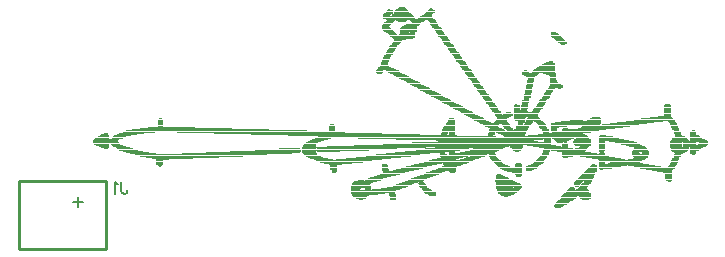
<source format=gbo>
G04 Layer_Color=32896*
%FSAX24Y24*%
%MOIN*%
G70*
G01*
G75*
%ADD19C,0.0100*%
%ADD35C,0.0060*%
%ADD55C,0.0040*%
D19*
X003529Y002335D02*
Y004599D01*
X000615D02*
X003529D01*
X000615Y002335D02*
Y004599D01*
Y002335D02*
X003529D01*
D35*
X004037Y004587D02*
Y004283D01*
X004056Y004226D01*
X004075Y004207D01*
X004113Y004187D01*
X004151D01*
X004189Y004207D01*
X004208Y004226D01*
X004227Y004283D01*
Y004321D01*
X003934Y004511D02*
X003896Y004530D01*
X003839Y004587D01*
Y004187D01*
X002590Y004095D02*
Y003752D01*
X002761Y003924D02*
X002418D01*
D55*
X013280Y010420D02*
X013440D01*
X013240Y010380D02*
X013480D01*
X014320D02*
X014360D01*
X012920Y010340D02*
X012960D01*
X013200D02*
X013520D01*
X014280D02*
X014400D01*
X012880Y010300D02*
X013040D01*
X013160D02*
X013560D01*
X014240D02*
X014440D01*
X012840Y010260D02*
X013040D01*
X013120D02*
X013600D01*
X014200D02*
X014440D01*
X012800Y010220D02*
X013040D01*
X013120D02*
X013640D01*
X014160D02*
X014400D01*
X012760Y010180D02*
X013000D01*
X013040D02*
X013680D01*
X014120D02*
X014360D01*
X012760Y010140D02*
X012960D01*
X013040D02*
X013720D01*
X014040D02*
X014360D01*
X012760Y010100D02*
X013760D01*
X014000D02*
X014360D01*
X012760Y010060D02*
X013800D01*
X013920D02*
X014400D01*
X012840Y010020D02*
X013160D01*
X013200D02*
X013560D01*
X013600D02*
X013840D01*
X013880D02*
X014440D01*
X012880Y009980D02*
X013120D01*
X013200D02*
X013520D01*
X013640D02*
X014120D01*
X014240D02*
X014480D01*
X012840Y009940D02*
X013080D01*
X013240D02*
X013480D01*
X013680D02*
X014080D01*
X014280D02*
X014480D01*
X012800Y009900D02*
X013040D01*
X013720D02*
X014000D01*
X014320D02*
X014520D01*
X012760Y009860D02*
X013000D01*
X013520D02*
X013960D01*
X014320D02*
X014560D01*
X012720Y009820D02*
X012960D01*
X013440D02*
X013920D01*
X014360D02*
X014560D01*
X012720Y009780D02*
X012920D01*
X013400D02*
X013840D01*
X014400D02*
X014600D01*
X012720Y009740D02*
X012960D01*
X013360D02*
X013840D01*
X014400D02*
X014640D01*
X012720Y009700D02*
X013000D01*
X013320D02*
X013840D01*
X014440D02*
X014680D01*
X012760Y009660D02*
X013040D01*
X013320D02*
X013840D01*
X014480D02*
X014680D01*
X012800Y009620D02*
X013080D01*
X013320D02*
X013840D01*
X014520D02*
X014720D01*
X012840Y009580D02*
X013120D01*
X013320D02*
X013600D01*
X013640D02*
X013800D01*
X014520D02*
X014760D01*
X018360D02*
X018480D01*
X012920Y009540D02*
X013160D01*
X013320D02*
X013560D01*
X013600D02*
X013800D01*
X014560D02*
X014760D01*
X018360D02*
X018560D01*
X012960Y009500D02*
X013200D01*
X013280D02*
X013800D01*
X014600D02*
X014800D01*
X018360D02*
X018600D01*
X013000Y009460D02*
X013800D01*
X014600D02*
X014840D01*
X018360D02*
X018640D01*
X013040Y009420D02*
X013800D01*
X014640D02*
X014880D01*
X018400D02*
X018680D01*
X013080Y009380D02*
X013720D01*
X014680D02*
X014880D01*
X018440D02*
X018720D01*
X013120Y009340D02*
X013480D01*
X014720D02*
X014920D01*
X018480D02*
X018760D01*
X013120Y009300D02*
X013360D01*
X014720D02*
X014960D01*
X018520D02*
X018800D01*
X013080Y009260D02*
X013320D01*
X014760D02*
X014960D01*
X018600D02*
X018840D01*
X013040Y009220D02*
X013280D01*
X014800D02*
X015000D01*
X018640D02*
X018840D01*
X013040Y009180D02*
X013240D01*
X014800D02*
X015040D01*
X018680D02*
X018800D01*
X013000Y009140D02*
X013200D01*
X014840D02*
X015080D01*
X012960Y009100D02*
X013200D01*
X014880D02*
X015080D01*
X012960Y009060D02*
X013160D01*
X014920D02*
X015120D01*
X012920Y009020D02*
X013120D01*
X014920D02*
X015160D01*
X012880Y008980D02*
X013120D01*
X014960D02*
X015160D01*
X012880Y008940D02*
X013080D01*
X015000D02*
X015200D01*
X012840Y008900D02*
X013040D01*
X015000D02*
X015240D01*
X012840Y008860D02*
X013040D01*
X015040D02*
X015280D01*
X012800Y008820D02*
X013000D01*
X015080D02*
X015280D01*
X012800Y008780D02*
X013000D01*
X015120D02*
X015320D01*
X012760Y008740D02*
X012960D01*
X015120D02*
X015360D01*
X012760Y008700D02*
X012960D01*
X015160D02*
X015360D01*
X012720Y008660D02*
X012920D01*
X015200D02*
X015400D01*
X012720Y008620D02*
X012920D01*
X015200D02*
X015440D01*
X018280D02*
X018400D01*
X012680Y008580D02*
X012880D01*
X015240D02*
X015480D01*
X018200D02*
X018400D01*
X012680Y008540D02*
X012880D01*
X015280D02*
X015480D01*
X018120D02*
X018440D01*
X012680Y008500D02*
X012880D01*
X015320D02*
X015520D01*
X018040D02*
X018440D01*
X012640Y008460D02*
X012920D01*
X015320D02*
X015560D01*
X017960D02*
X018440D01*
X012600Y008420D02*
X013000D01*
X015360D02*
X015560D01*
X017880D02*
X018440D01*
X012600Y008380D02*
X013080D01*
X015400D02*
X015600D01*
X017840D02*
X018440D01*
X012560Y008340D02*
X012760D01*
X012800D02*
X013160D01*
X015400D02*
X015640D01*
X017800D02*
X018440D01*
X012520Y008300D02*
X012720D01*
X012840D02*
X013240D01*
X015440D02*
X015680D01*
X017440D02*
X017520D01*
X017760D02*
X018440D01*
X012520Y008260D02*
X012720D01*
X012920D02*
X013280D01*
X015480D02*
X015680D01*
X017400D02*
X017600D01*
X017720D02*
X018440D01*
X012560Y008220D02*
X012680D01*
X013000D02*
X013360D01*
X015480D02*
X015720D01*
X017400D02*
X017920D01*
X018080D02*
X018480D01*
X013080Y008180D02*
X013440D01*
X015520D02*
X015760D01*
X017400D02*
X017880D01*
X018200D02*
X018480D01*
X013120Y008140D02*
X013520D01*
X015560D02*
X015760D01*
X017440D02*
X017840D01*
X018280D02*
X018480D01*
X013200Y008100D02*
X013600D01*
X015600D02*
X015800D01*
X017520D02*
X017800D01*
X018320D02*
X018480D01*
X013280Y008060D02*
X013640D01*
X015600D02*
X015840D01*
X017600D02*
X017760D01*
X018320D02*
X018480D01*
X013360Y008020D02*
X013720D01*
X015640D02*
X015840D01*
X017600D02*
X017760D01*
X018320D02*
X018480D01*
X013440Y007980D02*
X013800D01*
X015680D02*
X015880D01*
X017560D02*
X017760D01*
X018320D02*
X018520D01*
X013520Y007940D02*
X013880D01*
X015720D02*
X015920D01*
X017560D02*
X017760D01*
X018320D02*
X018520D01*
X013560Y007900D02*
X013960D01*
X015720D02*
X015960D01*
X017560D02*
X017720D01*
X018320D02*
X018560D01*
X013640Y007860D02*
X014000D01*
X015760D02*
X015960D01*
X017560D02*
X017720D01*
X018320D02*
X018640D01*
X013720Y007820D02*
X014080D01*
X015800D02*
X016000D01*
X017520D02*
X017720D01*
X018320D02*
X018720D01*
X013800Y007780D02*
X014160D01*
X015800D02*
X016040D01*
X017520D02*
X017720D01*
X018280D02*
X018720D01*
X013880Y007740D02*
X014240D01*
X015840D02*
X016040D01*
X017520D02*
X017680D01*
X018280D02*
X018720D01*
X013920Y007700D02*
X014280D01*
X015880D02*
X016080D01*
X017520D02*
X017680D01*
X018240D02*
X018440D01*
X018600D02*
X018640D01*
X014000Y007660D02*
X014360D01*
X015880D02*
X016120D01*
X017480D02*
X017680D01*
X018200D02*
X018400D01*
X014080Y007620D02*
X014440D01*
X015920D02*
X016160D01*
X017480D02*
X017680D01*
X018200D02*
X018400D01*
X014160Y007580D02*
X014520D01*
X015960D02*
X016160D01*
X017480D02*
X017680D01*
X018160D02*
X018360D01*
X014200Y007540D02*
X014600D01*
X016000D02*
X016200D01*
X017480D02*
X017640D01*
X018120D02*
X018320D01*
X014280Y007500D02*
X014640D01*
X016000D02*
X016240D01*
X017440D02*
X017640D01*
X018120D02*
X018320D01*
X014360Y007460D02*
X014720D01*
X016040D02*
X016240D01*
X017440D02*
X017640D01*
X018080D02*
X018280D01*
X014440Y007420D02*
X014800D01*
X016080D02*
X016280D01*
X017440D02*
X017640D01*
X018040D02*
X018280D01*
X014520Y007380D02*
X014880D01*
X016080D02*
X016320D01*
X017440D02*
X017600D01*
X018040D02*
X018240D01*
X014600Y007340D02*
X014960D01*
X016120D02*
X016360D01*
X017440D02*
X017600D01*
X018000D02*
X018200D01*
X014640Y007300D02*
X015000D01*
X016160D02*
X016360D01*
X017400D02*
X017600D01*
X017960D02*
X018160D01*
X014720Y007260D02*
X015080D01*
X016200D02*
X016400D01*
X017400D02*
X017600D01*
X017960D02*
X018160D01*
X014800Y007220D02*
X015160D01*
X016200D02*
X016440D01*
X017400D02*
X017560D01*
X017920D02*
X018120D01*
X014880Y007180D02*
X015240D01*
X016240D02*
X016440D01*
X017160D02*
X017200D01*
X017400D02*
X017560D01*
X017880D02*
X018120D01*
X022160D02*
X022280D01*
X014960Y007140D02*
X015320D01*
X016280D02*
X016480D01*
X017120D02*
X017280D01*
X017360D02*
X017560D01*
X017880D02*
X018080D01*
X022120D02*
X022320D01*
X015000Y007100D02*
X015400D01*
X016280D02*
X016520D01*
X017120D02*
X017280D01*
X017360D02*
X017560D01*
X017840D02*
X018040D01*
X022120D02*
X022320D01*
X015080Y007060D02*
X015440D01*
X016320D02*
X016560D01*
X017120D02*
X017280D01*
X017360D02*
X017560D01*
X017800D02*
X018040D01*
X022120D02*
X022320D01*
X015160Y007020D02*
X015520D01*
X016360D02*
X016560D01*
X017120D02*
X017280D01*
X017360D02*
X017520D01*
X017760D02*
X018000D01*
X022120D02*
X022320D01*
X015240Y006980D02*
X015600D01*
X016400D02*
X016600D01*
X017120D02*
X017520D01*
X017760D02*
X017960D01*
X022120D02*
X022320D01*
X015320Y006940D02*
X015680D01*
X016400D02*
X016640D01*
X017120D02*
X017560D01*
X017720D02*
X017960D01*
X022120D02*
X022320D01*
X015360Y006900D02*
X015720D01*
X016440D02*
X016640D01*
X016840D02*
X017000D01*
X017120D02*
X017680D01*
X017720D02*
X017920D01*
X022120D02*
X022320D01*
X015440Y006860D02*
X015800D01*
X016480D02*
X016680D01*
X016760D02*
X017040D01*
X017120D02*
X017880D01*
X022120D02*
X022320D01*
X015520Y006820D02*
X015880D01*
X016480D02*
X017040D01*
X017120D02*
X017880D01*
X022120D02*
X022320D01*
X015600Y006780D02*
X015960D01*
X016520D02*
X017000D01*
X017120D02*
X017880D01*
X021920D02*
X022320D01*
X015640Y006740D02*
X016040D01*
X016560D02*
X016920D01*
X017120D02*
X017480D01*
X017600D02*
X017920D01*
X019720D02*
X019960D01*
X021640D02*
X022360D01*
X005280Y006700D02*
X005360D01*
X014960D02*
X015080D01*
X015720D02*
X016080D01*
X016560D02*
X016840D01*
X017120D02*
X017440D01*
X017560D02*
X017960D01*
X019640D02*
X020000D01*
X021360D02*
X022400D01*
X005240Y006660D02*
X005400D01*
X014920D02*
X015120D01*
X015800D02*
X016160D01*
X016520D02*
X016840D01*
X017160D02*
X017240D01*
X017280D02*
X017440D01*
X017520D02*
X018000D01*
X019000D02*
X019400D01*
X019560D02*
X020000D01*
X021120D02*
X022440D01*
X005240Y006620D02*
X005400D01*
X014920D02*
X015120D01*
X015880D02*
X016240D01*
X016480D02*
X016840D01*
X017240D02*
X017440D01*
X017520D02*
X017720D01*
X017800D02*
X018040D01*
X018680D02*
X020000D01*
X020840D02*
X022040D01*
X022240D02*
X022440D01*
X005240Y006580D02*
X005400D01*
X014880D02*
X015120D01*
X015960D02*
X016320D01*
X016440D02*
X016880D01*
X017240D02*
X017440D01*
X017480D02*
X017720D01*
X017840D02*
X018080D01*
X018480D02*
X020000D01*
X020560D02*
X021760D01*
X022280D02*
X022480D01*
X005240Y006540D02*
X005400D01*
X014840D02*
X015120D01*
X016000D02*
X016640D01*
X016680D02*
X016920D01*
X017240D02*
X017400D01*
X017480D02*
X017680D01*
X017880D02*
X018120D01*
X018360D02*
X020000D01*
X020320D02*
X021520D01*
X022320D02*
X022520D01*
X005240Y006500D02*
X005400D01*
X011000D02*
X011080D01*
X014840D02*
X015120D01*
X016080D02*
X016600D01*
X016720D02*
X016960D01*
X017240D02*
X017400D01*
X017440D02*
X017640D01*
X017920D02*
X018160D01*
X018360D02*
X019960D01*
X020040D02*
X021240D01*
X022320D02*
X022520D01*
X005240Y006460D02*
X005400D01*
X010960D02*
X011120D01*
X014800D02*
X015120D01*
X016160D02*
X016560D01*
X016760D02*
X016960D01*
X017200D02*
X017600D01*
X017960D02*
X018160D01*
X018360D02*
X018840D01*
X019400D02*
X020960D01*
X022360D02*
X022560D01*
X004920Y006420D02*
X006440D01*
X010960D02*
X011120D01*
X014760D02*
X015120D01*
X016240D02*
X016600D01*
X016800D02*
X017000D01*
X017200D02*
X017600D01*
X017960D02*
X018200D01*
X018360D02*
X018600D01*
X019360D02*
X020720D01*
X022360D02*
X022560D01*
X004640Y006380D02*
X007680D01*
X010960D02*
X011120D01*
X014760D02*
X015120D01*
X016320D02*
X016680D01*
X016800D02*
X017040D01*
X017200D02*
X017560D01*
X018000D02*
X018200D01*
X018360D02*
X018520D01*
X018760D02*
X018880D01*
X019240D02*
X020440D01*
X022400D02*
X022600D01*
X004400Y006340D02*
X008920D01*
X010960D02*
X011120D01*
X014720D02*
X015120D01*
X016280D02*
X016760D01*
X016840D02*
X017040D01*
X017120D02*
X017560D01*
X018040D02*
X018240D01*
X018360D02*
X018520D01*
X018720D02*
X020160D01*
X022400D02*
X022600D01*
X004200Y006300D02*
X010200D01*
X010960D02*
X011120D01*
X014720D02*
X015120D01*
X016280D02*
X016800D01*
X016880D02*
X017520D01*
X018040D02*
X018240D01*
X018360D02*
X018520D01*
X018720D02*
X019920D01*
X022440D02*
X022600D01*
X023040D02*
X023120D01*
X004080Y006260D02*
X005120D01*
X005880D02*
X011440D01*
X014720D02*
X014880D01*
X014960D02*
X015120D01*
X016280D02*
X016440D01*
X016520D02*
X017480D01*
X018080D02*
X018240D01*
X018400D02*
X019640D01*
X022440D02*
X022640D01*
X023000D02*
X023160D01*
X003440Y006220D02*
X003560D01*
X003960D02*
X004760D01*
X007120D02*
X012680D01*
X014680D02*
X014880D01*
X014960D02*
X015120D01*
X016240D02*
X016440D01*
X016600D02*
X017480D01*
X018080D02*
X019400D01*
X022440D02*
X022640D01*
X023000D02*
X023160D01*
X003360Y006180D02*
X003560D01*
X003880D02*
X004520D01*
X008360D02*
X013960D01*
X014680D02*
X014840D01*
X014960D02*
X015120D01*
X016240D02*
X016440D01*
X016680D02*
X017440D01*
X017920D02*
X019440D01*
X022480D02*
X022640D01*
X023000D02*
X023160D01*
X003320Y006140D02*
X003600D01*
X003800D02*
X004320D01*
X009600D02*
X015200D01*
X016240D02*
X016400D01*
X016760D02*
X017440D01*
X017600D02*
X019520D01*
X020000D02*
X020160D01*
X022480D02*
X022680D01*
X023000D02*
X023240D01*
X003240Y006100D02*
X003600D01*
X003760D02*
X004160D01*
X010600D02*
X016480D01*
X016800D02*
X019160D01*
X019200D02*
X019560D01*
X019960D02*
X020400D01*
X022480D02*
X022800D01*
X023000D02*
X023280D01*
X003160Y006060D02*
X003600D01*
X003720D02*
X004040D01*
X010480D02*
X011000D01*
X011920D02*
X018320D01*
X018400D02*
X019080D01*
X019200D02*
X019600D01*
X019960D02*
X020600D01*
X022400D02*
X022840D01*
X023000D02*
X023360D01*
X003120Y006020D02*
X003920D01*
X010400D02*
X010880D01*
X013200D02*
X018040D01*
X018120D02*
X018320D01*
X018440D02*
X019000D01*
X019120D02*
X019640D01*
X019960D02*
X020760D01*
X022400D02*
X022880D01*
X023000D02*
X023440D01*
X003080Y005980D02*
X003880D01*
X010320D02*
X010760D01*
X014520D02*
X017760D01*
X018120D02*
X018320D01*
X018480D02*
X018920D01*
X019120D02*
X019640D01*
X019960D02*
X020920D01*
X022360D02*
X022920D01*
X023000D02*
X023520D01*
X003080Y005940D02*
X003360D01*
X003400D02*
X003880D01*
X010240D02*
X010640D01*
X014600D02*
X017880D01*
X018120D02*
X018320D01*
X018520D02*
X018840D01*
X019080D02*
X019640D01*
X019960D02*
X020120D01*
X020280D02*
X021080D01*
X022320D02*
X022680D01*
X022720D02*
X022920D01*
X022960D02*
X023160D01*
X023200D02*
X023560D01*
X003080Y005900D02*
X003920D01*
X010200D02*
X010560D01*
X013720D02*
X018080D01*
X018120D02*
X018320D01*
X018560D02*
X018720D01*
X018800D02*
X018840D01*
X019080D02*
X019640D01*
X019960D02*
X020120D01*
X020480D02*
X021200D01*
X022320D02*
X022680D01*
X022760D02*
X023160D01*
X023280D02*
X023560D01*
X003120Y005860D02*
X003600D01*
X003680D02*
X003960D01*
X010120D02*
X010480D01*
X012760D02*
X018320D01*
X018720D02*
X018880D01*
X019120D02*
X019640D01*
X019960D02*
X020120D01*
X020680D02*
X021280D01*
X022320D02*
X022480D01*
X022520D02*
X022680D01*
X022760D02*
X023160D01*
X023240D02*
X023560D01*
X003200Y005820D02*
X003600D01*
X003720D02*
X004040D01*
X010080D02*
X010480D01*
X011800D02*
X017400D01*
X017560D02*
X018480D01*
X018720D02*
X018880D01*
X019160D02*
X019640D01*
X019960D02*
X020120D01*
X020840D02*
X021360D01*
X022320D02*
X022480D01*
X022520D02*
X022680D01*
X022760D02*
X023520D01*
X003280Y005780D02*
X003600D01*
X003760D02*
X004160D01*
X010080D02*
X010480D01*
X010880D02*
X016920D01*
X017000D02*
X017400D01*
X017760D02*
X018640D01*
X018720D02*
X018880D01*
X019320D02*
X019600D01*
X019960D02*
X020120D01*
X020960D02*
X021440D01*
X022320D02*
X022680D01*
X022760D02*
X023480D01*
X003360Y005740D02*
X003600D01*
X003840D02*
X004280D01*
X010040D02*
X010520D01*
X010560D02*
X014160D01*
X014480D02*
X016800D01*
X017000D02*
X017400D01*
X017960D02*
X018880D01*
X019280D02*
X019560D01*
X019960D02*
X020120D01*
X021120D02*
X021480D01*
X022320D02*
X022680D01*
X022720D02*
X022920D01*
X023000D02*
X023400D01*
X003440Y005700D02*
X003560D01*
X003880D02*
X004400D01*
X009280D02*
X009960D01*
X010040D02*
X010480D01*
X010560D02*
X013200D01*
X014160D02*
X015600D01*
X015760D02*
X016720D01*
X017040D02*
X017360D01*
X018120D02*
X019040D01*
X019160D02*
X019520D01*
X019960D02*
X020120D01*
X021120D02*
X021520D01*
X022360D02*
X022920D01*
X023000D02*
X023320D01*
X003960Y005660D02*
X004560D01*
X008480D02*
X010000D01*
X010040D02*
X010520D01*
X010560D02*
X012240D01*
X013840D02*
X015280D01*
X015640D02*
X016600D01*
X017080D02*
X017320D01*
X018080D02*
X018280D01*
X018360D02*
X019480D01*
X019960D02*
X020120D01*
X021080D02*
X021560D01*
X022360D02*
X022880D01*
X023000D02*
X023240D01*
X004080Y005620D02*
X004720D01*
X007640D02*
X010000D01*
X010040D02*
X010480D01*
X010560D02*
X011280D01*
X013480D02*
X015120D01*
X015480D02*
X016520D01*
X017160D02*
X017240D01*
X018080D02*
X018280D01*
X018560D02*
X019440D01*
X019960D02*
X020080D01*
X021040D02*
X021320D01*
X021360D02*
X021600D01*
X022400D02*
X022840D01*
X023000D02*
X023160D01*
X004200Y005580D02*
X004920D01*
X006840D02*
X009960D01*
X010040D02*
X010480D01*
X013160D02*
X014800D01*
X014960D02*
X015120D01*
X015320D02*
X016440D01*
X018080D02*
X018240D01*
X018720D02*
X019640D01*
X020000D02*
X020080D01*
X021040D02*
X021240D01*
X021400D02*
X021600D01*
X022440D02*
X022800D01*
X023000D02*
X023160D01*
X004320Y005540D02*
X005160D01*
X006040D02*
X009680D01*
X010080D02*
X010520D01*
X012840D02*
X014280D01*
X014640D02*
X014800D01*
X014960D02*
X015120D01*
X015160D02*
X016440D01*
X018040D02*
X018240D01*
X018720D02*
X019840D01*
X019960D02*
X020120D01*
X021040D02*
X021280D01*
X021400D02*
X021600D01*
X022480D02*
X022720D01*
X023000D02*
X023160D01*
X004480Y005500D02*
X008840D01*
X010120D02*
X010520D01*
X012520D02*
X013960D01*
X014640D02*
X014840D01*
X014960D02*
X016200D01*
X016280D02*
X016480D01*
X018040D02*
X018240D01*
X018720D02*
X020120D01*
X021040D02*
X021600D01*
X022440D02*
X022640D01*
X023040D02*
X023120D01*
X004640Y005460D02*
X008040D01*
X010200D02*
X010640D01*
X012200D02*
X013640D01*
X014640D02*
X014840D01*
X014880D02*
X015560D01*
X015640D02*
X016120D01*
X016280D02*
X016480D01*
X018000D02*
X018200D01*
X018720D02*
X019040D01*
X019320D02*
X020240D01*
X021080D02*
X021560D01*
X022440D02*
X022640D01*
X004840Y005420D02*
X007240D01*
X010240D02*
X010720D01*
X011840D02*
X013320D01*
X014680D02*
X015400D01*
X015520D02*
X016000D01*
X016320D02*
X016520D01*
X017960D02*
X018200D01*
X018760D02*
X018880D01*
X019520D02*
X020440D01*
X021120D02*
X021560D01*
X022440D02*
X022600D01*
X005040Y005380D02*
X006400D01*
X010320D02*
X010880D01*
X011520D02*
X013000D01*
X014560D02*
X015240D01*
X015440D02*
X015920D01*
X016320D02*
X016560D01*
X017920D02*
X018160D01*
X019720D02*
X020640D01*
X021080D02*
X021480D01*
X022400D02*
X022600D01*
X005200Y005340D02*
X005600D01*
X010440D02*
X011040D01*
X011200D02*
X012680D01*
X014400D02*
X015160D01*
X015320D02*
X015800D01*
X016360D02*
X016600D01*
X017880D02*
X018120D01*
X019920D02*
X020800D01*
X020920D02*
X021440D01*
X022400D02*
X022600D01*
X005200Y005300D02*
X005400D01*
X010520D02*
X012360D01*
X014280D02*
X015160D01*
X015200D02*
X015720D01*
X016400D02*
X016640D01*
X017840D02*
X018080D01*
X019960D02*
X021360D01*
X022360D02*
X022560D01*
X005200Y005260D02*
X005400D01*
X010640D02*
X012040D01*
X014120D02*
X014920D01*
X014960D02*
X015600D01*
X016440D02*
X016680D01*
X017800D02*
X018080D01*
X019960D02*
X020120D01*
X020320D02*
X021280D01*
X022360D02*
X022560D01*
X005200Y005220D02*
X005400D01*
X010800D02*
X011680D01*
X013960D02*
X014680D01*
X014760D02*
X015520D01*
X016480D02*
X016720D01*
X017200D02*
X017320D01*
X017760D02*
X018040D01*
X019960D02*
X020120D01*
X020240D02*
X021400D01*
X022320D02*
X022520D01*
X005200Y005180D02*
X005400D01*
X010960D02*
X011360D01*
X012720D02*
X012840D01*
X013800D02*
X014520D01*
X014760D02*
X015400D01*
X016520D02*
X016800D01*
X017160D02*
X017360D01*
X017680D02*
X018000D01*
X019720D02*
X019800D01*
X019960D02*
X021600D01*
X022320D02*
X022520D01*
X005240Y005140D02*
X005360D01*
X011000D02*
X011200D01*
X012720D02*
X012880D01*
X013680D02*
X014360D01*
X014800D02*
X015320D01*
X016560D02*
X016880D01*
X017160D02*
X017360D01*
X017600D02*
X017920D01*
X019680D02*
X019840D01*
X019960D02*
X020840D01*
X020920D02*
X021800D01*
X022280D02*
X022480D01*
X005280Y005100D02*
X005320D01*
X011000D02*
X011200D01*
X012720D02*
X012880D01*
X013520D02*
X014200D01*
X014720D02*
X015200D01*
X016600D02*
X016960D01*
X017160D02*
X017360D01*
X017520D02*
X017880D01*
X019640D02*
X019840D01*
X019960D02*
X020640D01*
X021120D02*
X022000D01*
X022240D02*
X022440D01*
X011000Y005060D02*
X011200D01*
X012720D02*
X012880D01*
X013360D02*
X014040D01*
X014600D02*
X015160D01*
X016640D02*
X017360D01*
X017520D02*
X017840D01*
X019600D02*
X019840D01*
X019960D02*
X020360D01*
X021320D02*
X022440D01*
X011000Y005020D02*
X011200D01*
X012720D02*
X012920D01*
X013200D02*
X013920D01*
X014520D02*
X015160D01*
X016720D02*
X017360D01*
X017520D02*
X017760D01*
X019560D02*
X019840D01*
X020000D02*
X020040D01*
X021520D02*
X022400D01*
X011040Y004980D02*
X011200D01*
X012720D02*
X012920D01*
X013080D02*
X013760D01*
X014400D02*
X014880D01*
X014920D02*
X015160D01*
X016800D02*
X017360D01*
X017520D02*
X017680D01*
X019520D02*
X019840D01*
X021720D02*
X022360D01*
X011040Y004940D02*
X011200D01*
X012760D02*
X013600D01*
X014320D02*
X014800D01*
X014960D02*
X015160D01*
X016880D02*
X017360D01*
X019480D02*
X019840D01*
X021880D02*
X022360D01*
X011040Y004900D02*
X011160D01*
X012760D02*
X013440D01*
X014200D02*
X014680D01*
X015000D02*
X015120D01*
X017040D02*
X017360D01*
X019440D02*
X019800D01*
X022080D02*
X022360D01*
X012640Y004860D02*
X013280D01*
X014120D02*
X014600D01*
X016560D02*
X016640D01*
X017160D02*
X017360D01*
X019400D02*
X019800D01*
X022160D02*
X022360D01*
X012560Y004820D02*
X013160D01*
X014000D02*
X014480D01*
X016520D02*
X016720D01*
X017200D02*
X017360D01*
X019360D02*
X019760D01*
X022160D02*
X022360D01*
X012440Y004780D02*
X013000D01*
X013880D02*
X014400D01*
X016520D02*
X016800D01*
X017200D02*
X017320D01*
X019320D02*
X019760D01*
X022160D02*
X022360D01*
X012320Y004740D02*
X012840D01*
X013800D02*
X014280D01*
X016520D02*
X016880D01*
X019280D02*
X019520D01*
X019560D02*
X019760D01*
X022160D02*
X022360D01*
X012240Y004700D02*
X012720D01*
X013680D02*
X014200D01*
X016520D02*
X016920D01*
X019240D02*
X019480D01*
X019520D02*
X019720D01*
X022160D02*
X022360D01*
X011920Y004660D02*
X012080D01*
X012160D02*
X012640D01*
X013600D02*
X014080D01*
X016480D02*
X016960D01*
X017000D02*
X017040D01*
X019200D02*
X019440D01*
X019480D02*
X019680D01*
X022200D02*
X022360D01*
X011800Y004620D02*
X012520D01*
X013480D02*
X014040D01*
X016480D02*
X016680D01*
X016720D02*
X016920D01*
X016960D02*
X017120D01*
X019160D02*
X019400D01*
X019440D02*
X019680D01*
X022240D02*
X022320D01*
X011760Y004580D02*
X012400D01*
X013400D02*
X013880D01*
X013960D02*
X014080D01*
X016520D02*
X016680D01*
X016720D02*
X017200D01*
X019120D02*
X019360D01*
X019440D02*
X019640D01*
X011720Y004540D02*
X012320D01*
X013280D02*
X013760D01*
X013920D02*
X014120D01*
X016520D02*
X017280D01*
X019120D02*
X019320D01*
X019400D02*
X019640D01*
X011720Y004500D02*
X012280D01*
X013200D02*
X013680D01*
X013960D02*
X014160D01*
X016520D02*
X017320D01*
X019120D02*
X019280D01*
X019360D02*
X019600D01*
X011680Y004460D02*
X012320D01*
X013080D02*
X013560D01*
X013960D02*
X014200D01*
X016520D02*
X016840D01*
X016880D02*
X017360D01*
X019160D02*
X019240D01*
X019320D02*
X019560D01*
X011680Y004420D02*
X012080D01*
X012120D02*
X012320D01*
X012880D02*
X013480D01*
X014000D02*
X014200D01*
X016520D02*
X017040D01*
X017120D02*
X017360D01*
X019000D02*
X019080D01*
X019280D02*
X019520D01*
X011680Y004380D02*
X012000D01*
X012160D02*
X012320D01*
X012680D02*
X013360D01*
X014040D02*
X014240D01*
X016520D02*
X017320D01*
X018960D02*
X019120D01*
X019240D02*
X019520D01*
X011680Y004340D02*
X011960D01*
X012160D02*
X012320D01*
X012400D02*
X013280D01*
X014040D02*
X014320D01*
X016560D02*
X017280D01*
X018920D02*
X019120D01*
X019200D02*
X019560D01*
X011680Y004300D02*
X013160D01*
X014080D02*
X014360D01*
X016560D02*
X016760D01*
X016800D02*
X017240D01*
X018880D02*
X019120D01*
X019160D02*
X019600D01*
X011680Y004260D02*
X013120D01*
X014120D02*
X014480D01*
X016600D02*
X017200D01*
X018840D02*
X019080D01*
X019120D02*
X019600D01*
X011680Y004220D02*
X012800D01*
X012960D02*
X013120D01*
X014160D02*
X014480D01*
X016600D02*
X017120D01*
X018800D02*
X019040D01*
X019080D02*
X019640D01*
X011720Y004180D02*
X012560D01*
X012960D02*
X013160D01*
X014240D02*
X014480D01*
X016640D02*
X017080D01*
X018760D02*
X019640D01*
X011720Y004140D02*
X012240D01*
X012960D02*
X013160D01*
X014280D02*
X014480D01*
X016680D02*
X017000D01*
X018720D02*
X019640D01*
X011760Y004100D02*
X012200D01*
X013000D02*
X013160D01*
X016800D02*
X016880D01*
X018680D02*
X019200D01*
X019280D02*
X019640D01*
X011840Y004060D02*
X012160D01*
X013000D02*
X013160D01*
X018680D02*
X019160D01*
X019320D02*
X019640D01*
X011960Y004020D02*
X012040D01*
X013000D02*
X013160D01*
X018640D02*
X019080D01*
X019400D02*
X019600D01*
X018600Y003980D02*
X019040D01*
X018560Y003940D02*
X018960D01*
X018520Y003900D02*
X018920D01*
X018480Y003860D02*
X018840D01*
X018440Y003820D02*
X018760D01*
X018440Y003780D02*
X018720D01*
X018480Y003740D02*
X018640D01*
M02*

</source>
